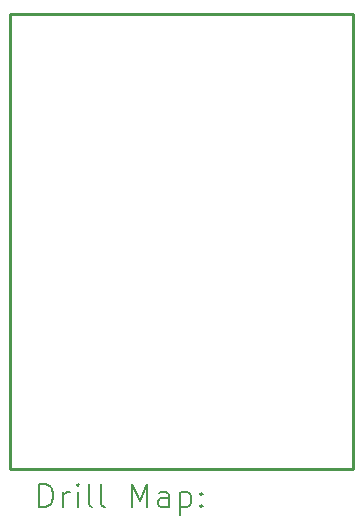
<source format=gbr>
%TF.GenerationSoftware,KiCad,Pcbnew,9.0.1*%
%TF.CreationDate,2025-04-29T17:01:15-07:00*%
%TF.ProjectId,3bp v2.1,33627020-7632-42e3-912e-6b696361645f,rev?*%
%TF.SameCoordinates,Original*%
%TF.FileFunction,Drillmap*%
%TF.FilePolarity,Positive*%
%FSLAX45Y45*%
G04 Gerber Fmt 4.5, Leading zero omitted, Abs format (unit mm)*
G04 Created by KiCad (PCBNEW 9.0.1) date 2025-04-29 17:01:15*
%MOMM*%
%LPD*%
G01*
G04 APERTURE LIST*
%ADD10C,0.254000*%
%ADD11C,0.200000*%
G04 APERTURE END LIST*
D10*
X15339800Y-12002700D02*
X12437900Y-12002700D01*
X12437900Y-12002700D02*
X12437900Y-8149500D01*
X12437900Y-8149500D02*
X15339800Y-8149500D01*
X15339800Y-8149500D02*
X15339800Y-12002700D01*
D11*
X12685977Y-12326884D02*
X12685977Y-12126884D01*
X12685977Y-12126884D02*
X12733596Y-12126884D01*
X12733596Y-12126884D02*
X12762167Y-12136408D01*
X12762167Y-12136408D02*
X12781215Y-12155455D01*
X12781215Y-12155455D02*
X12790739Y-12174503D01*
X12790739Y-12174503D02*
X12800262Y-12212598D01*
X12800262Y-12212598D02*
X12800262Y-12241169D01*
X12800262Y-12241169D02*
X12790739Y-12279265D01*
X12790739Y-12279265D02*
X12781215Y-12298312D01*
X12781215Y-12298312D02*
X12762167Y-12317360D01*
X12762167Y-12317360D02*
X12733596Y-12326884D01*
X12733596Y-12326884D02*
X12685977Y-12326884D01*
X12885977Y-12326884D02*
X12885977Y-12193550D01*
X12885977Y-12231646D02*
X12895501Y-12212598D01*
X12895501Y-12212598D02*
X12905024Y-12203074D01*
X12905024Y-12203074D02*
X12924072Y-12193550D01*
X12924072Y-12193550D02*
X12943120Y-12193550D01*
X13009786Y-12326884D02*
X13009786Y-12193550D01*
X13009786Y-12126884D02*
X13000262Y-12136408D01*
X13000262Y-12136408D02*
X13009786Y-12145931D01*
X13009786Y-12145931D02*
X13019310Y-12136408D01*
X13019310Y-12136408D02*
X13009786Y-12126884D01*
X13009786Y-12126884D02*
X13009786Y-12145931D01*
X13133596Y-12326884D02*
X13114548Y-12317360D01*
X13114548Y-12317360D02*
X13105024Y-12298312D01*
X13105024Y-12298312D02*
X13105024Y-12126884D01*
X13238358Y-12326884D02*
X13219310Y-12317360D01*
X13219310Y-12317360D02*
X13209786Y-12298312D01*
X13209786Y-12298312D02*
X13209786Y-12126884D01*
X13466929Y-12326884D02*
X13466929Y-12126884D01*
X13466929Y-12126884D02*
X13533596Y-12269741D01*
X13533596Y-12269741D02*
X13600262Y-12126884D01*
X13600262Y-12126884D02*
X13600262Y-12326884D01*
X13781215Y-12326884D02*
X13781215Y-12222122D01*
X13781215Y-12222122D02*
X13771691Y-12203074D01*
X13771691Y-12203074D02*
X13752643Y-12193550D01*
X13752643Y-12193550D02*
X13714548Y-12193550D01*
X13714548Y-12193550D02*
X13695501Y-12203074D01*
X13781215Y-12317360D02*
X13762167Y-12326884D01*
X13762167Y-12326884D02*
X13714548Y-12326884D01*
X13714548Y-12326884D02*
X13695501Y-12317360D01*
X13695501Y-12317360D02*
X13685977Y-12298312D01*
X13685977Y-12298312D02*
X13685977Y-12279265D01*
X13685977Y-12279265D02*
X13695501Y-12260217D01*
X13695501Y-12260217D02*
X13714548Y-12250693D01*
X13714548Y-12250693D02*
X13762167Y-12250693D01*
X13762167Y-12250693D02*
X13781215Y-12241169D01*
X13876453Y-12193550D02*
X13876453Y-12393550D01*
X13876453Y-12203074D02*
X13895501Y-12193550D01*
X13895501Y-12193550D02*
X13933596Y-12193550D01*
X13933596Y-12193550D02*
X13952643Y-12203074D01*
X13952643Y-12203074D02*
X13962167Y-12212598D01*
X13962167Y-12212598D02*
X13971691Y-12231646D01*
X13971691Y-12231646D02*
X13971691Y-12288788D01*
X13971691Y-12288788D02*
X13962167Y-12307836D01*
X13962167Y-12307836D02*
X13952643Y-12317360D01*
X13952643Y-12317360D02*
X13933596Y-12326884D01*
X13933596Y-12326884D02*
X13895501Y-12326884D01*
X13895501Y-12326884D02*
X13876453Y-12317360D01*
X14057405Y-12307836D02*
X14066929Y-12317360D01*
X14066929Y-12317360D02*
X14057405Y-12326884D01*
X14057405Y-12326884D02*
X14047882Y-12317360D01*
X14047882Y-12317360D02*
X14057405Y-12307836D01*
X14057405Y-12307836D02*
X14057405Y-12326884D01*
X14057405Y-12203074D02*
X14066929Y-12212598D01*
X14066929Y-12212598D02*
X14057405Y-12222122D01*
X14057405Y-12222122D02*
X14047882Y-12212598D01*
X14047882Y-12212598D02*
X14057405Y-12203074D01*
X14057405Y-12203074D02*
X14057405Y-12222122D01*
M02*

</source>
